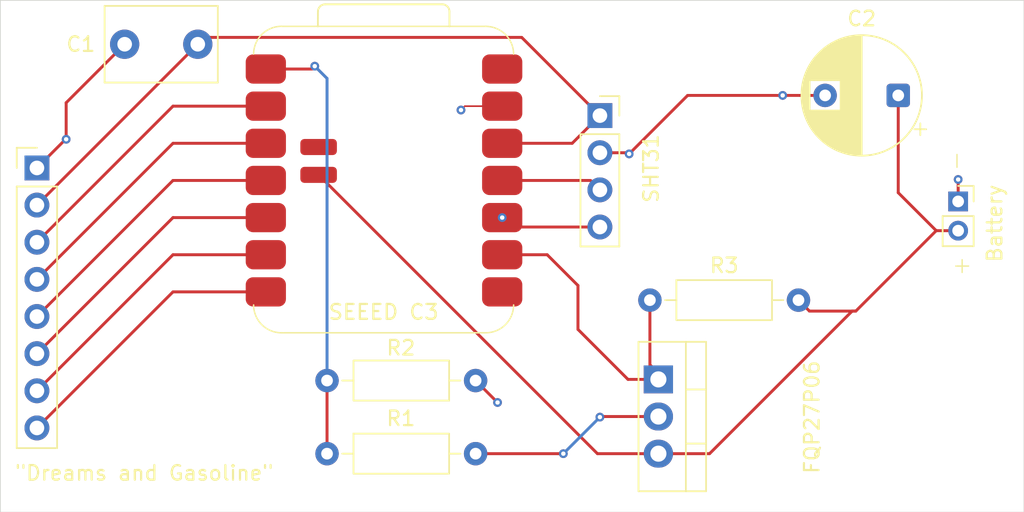
<source format=kicad_pcb>
(kicad_pcb (version 20241229) (generator "pcbnew") (generator_version "9.0")
  (layers (0 "F.Cu" signal) (2 "B.Cu" signal) (13 "F.Paste" user) (15 "B.Paste" user) (5 "F.SilkS" user "F.Silkscreen") (7 "B.SilkS" user "B.Silkscreen") (1 "F.Mask" user) (3 "B.Mask" user) (25 "Edge.Cuts" user))
  (net 0 "")
  (net 1 "Net-(J2-Pin_2)")
  (net 2 "Net-(J2-Pin_3)")
  (net 3 "Net-(J2-Pin_8)")
  (net 4 "Net-(J3-Pin_3)")
  (net 5 "Net-(J3-Pin_4)")
  (net 7 "Net-(J2-Pin_4)")
  (net 8 "Net-(Q1-G)")
  (net 9 "Net-(J2-Pin_5)")
  (net 10 "Net-(J2-Pin_6)")
  (net 11 "Net-(J1-Pin_8)")
  (net 13 "Net-(J2-Pin_7)")
  (net 14 "Net-(Q1-D)")
  (net 15 "Net-(J4-Pin_2)")
  (net 16 "GND")
  (footprint "Resistor_THT:R_Axial_DIN0207_L6.3mm_D2.5mm_P10.16mm_Horizontal" (layer "F.Cu") (at 104.5 81 180)
    (property "Reference" "R2" (at 5.1098 2.2346 0) (layer "F.SilkS"))
    (property "Value" "R_Small_US" (hide yes))
    (fp_line (start 9.12 0) (end 8.35 0) (stroke (width 0.12)) (layer "F.SilkS"))
    (fp_line (start 1.04 0) (end 1.81 0) (stroke (width 0.12)) (layer "F.SilkS"))
    (fp_rect (start 1.81 -1.37) (end 8.35 1.37) (stroke (width 0.12)) (fill no) (layer "F.SilkS"))
    (pad "1" thru_hole circle (at 0 0 180) (size 1.6 1.6) (drill 0.8) (layers "*.Cu" "*.Mask") (net 16 "GND"))
    (pad "2" thru_hole circle (at 10.16 0 180) (size 1.6 1.6) (drill 0.8) (layers "*.Cu" "*.Mask") (net 11 "Net-(J1-Pin_8)"))
  )
  (footprint "Connector_PinSocket_2.54mm:PinSocket_1x04_P2.54mm_Vertical" (layer "F.Cu") (at 113 62.88)
    (property "Reference" "J3" (hide yes))
    (property "Value" "SHT31" (at 3.5 3.62 90) (layer "F.SilkS"))
    (fp_line (start -1.33 1.27) (end -1.33 8.95) (stroke (width 0.12)) (layer "F.SilkS"))
    (fp_line (start -1.33 1.27) (end 1.33 1.27) (stroke (width 0.12)) (layer "F.SilkS"))
    (fp_line (start -1.33 8.95) (end 1.33 8.95) (stroke (width 0.12)) (layer "F.SilkS"))
    (fp_line (start 0 -1.33) (end 1.33 -1.33) (stroke (width 0.12)) (layer "F.SilkS"))
    (fp_line (start 1.33 -1.33) (end 1.33 0) (stroke (width 0.12)) (layer "F.SilkS"))
    (fp_line (start 1.33 1.27) (end 1.33 8.95) (stroke (width 0.12)) (layer "F.SilkS"))
    (pad "GND" thru_hole circle (at 0 2.54) (size 1.7 1.7) (drill 1) (layers "*.Cu" "*.Mask") (net 16 "GND"))
    (pad "SCL" thru_hole circle (at 0 5.08) (size 1.7 1.7) (drill 1) (layers "*.Cu" "*.Mask") (net 4 "Net-(J3-Pin_3)"))
    (pad "SDA" thru_hole circle (at 0 7.62) (size 1.7 1.7) (drill 1) (layers "*.Cu" "*.Mask") (net 5 "Net-(J3-Pin_4)"))
    (pad "VIN" thru_hole rect (at 0 0) (size 1.7 1.7) (drill 1) (layers "*.Cu" "*.Mask") (net 1 "Net-(J2-Pin_2)"))
  )
  (footprint "Module:XIAO-ESP32C3-SMD_alex" (layer "F.Cu") (at 98.154 67.2755)
    (property "Reference" "J1")
    (property "Value" "SEEED C3" (at 0.055 9.04 0) (layer "F.SilkS") (effects (font (size 1.016 1.016) (thickness 0.1524))))
    (fp_line (start -6.93 10.458) (end 7.04 10.458) (stroke (width 0.1)) (layer "F.SilkS"))
    (fp_line (start -4.44 -10.497) (end -4.436272 -11.507272) (stroke (width 0.127)) (layer "F.SilkS"))
    (fp_line (start -3.936272 -12.007) (end 4.059 -12.007) (stroke (width 0.127)) (layer "F.SilkS"))
    (fp_line (start 4.559 -11.507) (end 4.559 -10.497) (stroke (width 0.127)) (layer "F.SilkS"))
    (fp_line (start 7.04 -10.497) (end -6.93 -10.497) (stroke (width 0.1)) (layer "F.SilkS"))
    (fp_arc (start -8.835 -8.596) (mid -8.277038 -9.943038) (end -6.93 -10.501) (stroke (width 0.1)) (layer "F.SilkS"))
    (fp_arc (start -6.93 10.458) (mid -8.277038 9.900038) (end -8.835 8.553) (stroke (width 0.1)) (layer "F.SilkS"))
    (fp_arc (start -4.436272 -11.507272) (mid -4.289724 -11.860644) (end -3.936272 -12.007) (stroke (width 0.127)) (layer "F.SilkS"))
    (fp_arc (start 4.059 -12.007) (mid 4.412553 -11.860553) (end 4.559 -11.507) (stroke (width 0.127)) (layer "F.SilkS"))
    (fp_arc (start 7.04 -10.497) (mid 8.387038 -9.939038) (end 8.945 -8.592) (stroke (width 0.1)) (layer "F.SilkS"))
    (fp_arc (start 8.945 8.553) (mid 8.387038 9.900038) (end 7.04 10.458) (stroke (width 0.1)) (layer "F.SilkS"))
    (pad "2" smd roundrect (at -8 -7.58) (size 2.75 2) (layers "F.Cu" "F.Mask" "F.Paste") (net 11 "Net-(J1-Pin_8)"))
    (pad "3" smd roundrect (at -8 -5.04) (size 2.75 2) (layers "F.Cu" "F.Mask" "F.Paste") (net 2 "Net-(J2-Pin_3)"))
    (pad "3.3V" smd roundrect (at 8.165 -2.5) (size 2.75 2) (layers "F.Cu" "F.Mask" "F.Paste") (net 1 "Net-(J2-Pin_2)"))
    (pad "4" smd roundrect (at -8 -2.5) (size 2.75 2) (layers "F.Cu" "F.Mask" "F.Paste") (net 7 "Net-(J2-Pin_4)"))
    (pad "5" smd roundrect (at -8 0.04) (size 2.75 2) (layers "F.Cu" "F.Mask" "F.Paste") (net 9 "Net-(J2-Pin_5)"))
    (pad "5V" smd roundrect (at 8.165 -7.58) (size 2.75 2) (layers "F.Cu" "F.Mask" "F.Paste"))
    (pad "6" smd roundrect (at -8 2.58) (size 2.75 2) (layers "F.Cu" "F.Mask" "F.Paste") (net 10 "Net-(J2-Pin_6)"))
    (pad "7" smd roundrect (at -8 5.12) (size 2.75 2) (layers "F.Cu" "F.Mask" "F.Paste") (net 13 "Net-(J2-Pin_7)"))
    (pad "8" smd roundrect (at 8.165 5.12) (size 2.75 2) (layers "F.Cu" "F.Mask" "F.Paste") (net 8 "Net-(Q1-G)"))
    (pad "9" smd roundrect (at 8.165 2.58) (size 2.75 2) (layers "F.Cu" "F.Mask" "F.Paste") (net 5 "Net-(J3-Pin_4)"))
    (pad "10" smd roundrect (at 8.165 0.04) (size 2.75 2) (layers "F.Cu" "F.Mask" "F.Paste") (net 4 "Net-(J3-Pin_3)"))
    (pad "20" smd roundrect (at 8.165 7.66) (size 2.75 2) (layers "F.Cu" "F.Mask" "F.Paste"))
    (pad "21" smd roundrect (at -8 7.66) (size 2.75 2) (layers "F.Cu" "F.Mask" "F.Paste") (net 3 "Net-(J2-Pin_8)"))
    (pad "BAT+" smd roundrect (at -4.39 -0.342 180) (size 2.5 1.1) (layers "F.Cu" "F.Mask" "F.Paste") (net 15 "Net-(J4-Pin_2)"))
    (pad "BAT-" smd roundrect (at -4.39 -2.247 180) (size 2.5 1.1) (layers "F.Cu" "F.Mask" "F.Paste") (net 16 "GND"))
    (pad "GND" smd roundrect (at 8.165 -5.04) (size 2.75 2) (layers "F.Cu" "F.Mask" "F.Paste") (net 16 "GND"))
  )
  (footprint "Resistor_THT:R_Axial_DIN0207_L6.3mm_D2.5mm_P10.16mm_Horizontal" (layer "F.Cu") (at 94.34 86)
    (property "Reference" "R1" (at 5.0502 -2.4086 0) (layer "F.SilkS"))
    (property "Value" "R_Small_US" (hide yes))
    (fp_line (start 1.04 0) (end 1.81 0) (stroke (width 0.12)) (layer "F.SilkS"))
    (fp_line (start 9.12 0) (end 8.35 0) (stroke (width 0.12)) (layer "F.SilkS"))
    (fp_rect (start 1.81 -1.37) (end 8.35 1.37) (stroke (width 0.12)) (fill no) (layer "F.SilkS"))
    (pad "1" thru_hole circle (at 0 0) (size 1.6 1.6) (drill 0.8) (layers "*.Cu" "*.Mask") (net 11 "Net-(J1-Pin_8)"))
    (pad "2" thru_hole circle (at 10.16 0) (size 1.6 1.6) (drill 0.8) (layers "*.Cu" "*.Mask") (net 14 "Net-(Q1-D)"))
  )
  (footprint "Connector_PinSocket_2.00mm:PinSocket_1x02_P2.00mm_Vertical" (layer "F.Cu") (at 137.5 68.75)
    (property "Reference" "J5" (hide yes))
    (property "Value" "Battery" (at 2.5 1.5 270) (layer "F.SilkS"))
    (fp_line (start -1.06 1) (end -1.06 3.06) (stroke (width 0.12)) (layer "F.SilkS"))
    (fp_line (start -1.06 1) (end 1.06 1) (stroke (width 0.12)) (layer "F.SilkS"))
    (fp_line (start -1.06 3.06) (end 1.06 3.06) (stroke (width 0.12)) (layer "F.SilkS"))
    (fp_line (start 0 -1.06) (end 1.06 -1.06) (stroke (width 0.12)) (layer "F.SilkS"))
    (fp_line (start 1.06 -1.06) (end 1.06 0) (stroke (width 0.12)) (layer "F.SilkS"))
    (fp_line (start 1.06 1) (end 1.06 3.06) (stroke (width 0.12)) (layer "F.SilkS"))
    (pad "1" thru_hole rect (at 0 0) (size 1.35 1.35) (drill 0.8) (layers "*.Cu" "*.Mask") (net 16 "GND"))
    (pad "2" thru_hole circle (at 0 2) (size 1.35 1.35) (drill 0.8) (layers "*.Cu" "*.Mask") (net 15 "Net-(J4-Pin_2)"))
  )
  (footprint "Package_TO_SOT_THT:TO-220-3_Vertical" (layer "F.Cu") (at 117 80.92 -90)
    (property "Reference" "Q1" (hide yes))
    (property "Value" "FQP27P06" (at 2.58 -10.5 90) (layer "F.SilkS"))
    (fp_line (start -2.57 1.36) (end -2.57 -3.26) (stroke (width 0.12)) (layer "F.SilkS"))
    (fp_line (start 7.65 1.36) (end -2.57 1.36) (stroke (width 0.12)) (layer "F.SilkS"))
    (fp_line (start -2.57 -1.88) (end 7.65 -1.88) (stroke (width 0.12)) (layer "F.SilkS"))
    (fp_line (start -2.57 -3.26) (end 7.65 -3.26) (stroke (width 0.12)) (layer "F.SilkS"))
    (fp_line (start 0.69 -3.26) (end 0.69 -1.88) (stroke (width 0.12)) (layer "F.SilkS"))
    (fp_line (start 4.39 -3.26) (end 4.39 -1.88) (stroke (width 0.12)) (layer "F.SilkS"))
    (fp_line (start 7.65 -3.26) (end 7.65 1.36) (stroke (width 0.12)) (layer "F.SilkS"))
    (pad "1" thru_hole rect (at 0 0 270) (size 1.905 2) (drill 1.1) (layers "*.Cu" "*.Mask") (net 8 "Net-(Q1-G)"))
    (pad "2" thru_hole oval (at 2.54 0 270) (size 1.905 2) (drill 1.1) (layers "*.Cu" "*.Mask") (net 14 "Net-(Q1-D)"))
    (pad "3" thru_hole oval (at 5.08 0 270) (size 1.905 2) (drill 1.1) (layers "*.Cu" "*.Mask") (net 15 "Net-(J4-Pin_2)"))
  )
  (footprint "Resistor_THT:R_Axial_DIN0207_L6.3mm_D2.5mm_P10.16mm_Horizontal" (layer "F.Cu") (at 116.42 75.5)
    (property "Reference" "R3" (at 5.08 -2.37 0) (layer "F.SilkS"))
    (property "Value" "R_Small_US" (hide yes))
    (fp_line (start 1.04 0) (end 1.81 0) (stroke (width 0.12)) (layer "F.SilkS"))
    (fp_line (start 9.12 0) (end 8.35 0) (stroke (width 0.12)) (layer "F.SilkS"))
    (fp_rect (start 1.81 -1.37) (end 8.35 1.37) (stroke (width 0.12)) (fill no) (layer "F.SilkS"))
    (pad "1" thru_hole circle (at 0 0) (size 1.6 1.6) (drill 0.8) (layers "*.Cu" "*.Mask") (net 8 "Net-(Q1-G)"))
    (pad "2" thru_hole circle (at 10.16 0) (size 1.6 1.6) (drill 0.8) (layers "*.Cu" "*.Mask") (net 15 "Net-(J4-Pin_2)"))
  )
  (footprint "Connector_PinHeader_2.54mm:PinHeader_1x08_P2.54mm_Vertical" (layer "F.Cu") (at 74.5 66.46)
    (property "Reference" "J2" (hide yes))
    (property "Value" "\"Dreams and Gasoline\"" (at 7.3388 20.8652 0) (layer "F.SilkS"))
    (fp_line (start -1.38 -1.38) (end 0 -1.38) (stroke (width 0.12)) (layer "F.SilkS"))
    (fp_line (start -1.38 0) (end -1.38 -1.38) (stroke (width 0.12)) (layer "F.SilkS"))
    (fp_line (start -1.38 1.27) (end -1.38 19.16) (stroke (width 0.12)) (layer "F.SilkS"))
    (fp_line (start -1.38 1.27) (end 1.38 1.27) (stroke (width 0.12)) (layer "F.SilkS"))
    (fp_line (start -1.38 19.16) (end 1.38 19.16) (stroke (width 0.12)) (layer "F.SilkS"))
    (fp_line (start 1.38 1.27) (end 1.38 19.16) (stroke (width 0.12)) (layer "F.SilkS"))
    (pad "BUSY" thru_hole circle (at 0 17.78) (size 1.7 1.7) (drill 1) (layers "*.Cu" "*.Mask") (net 3 "Net-(J2-Pin_8)"))
    (pad "CS" thru_hole circle (at 0 15.24) (size 1.7 1.7) (drill 1) (layers "*.Cu" "*.Mask") (net 13 "Net-(J2-Pin_7)"))
    (pad "DC" thru_hole circle (at 0 12.7) (size 1.7 1.7) (drill 1) (layers "*.Cu" "*.Mask") (net 10 "Net-(J2-Pin_6)"))
    (pad "GND" thru_hole rect (at 0 0) (size 1.7 1.7) (drill 1) (layers "*.Cu" "*.Mask") (net 16 "GND"))
    (pad "RES" thru_hole circle (at 0 10.16) (size 1.7 1.7) (drill 1) (layers "*.Cu" "*.Mask") (net 9 "Net-(J2-Pin_5)"))
    (pad "SCL" thru_hole circle (at 0 5.08) (size 1.7 1.7) (drill 1) (layers "*.Cu" "*.Mask") (net 2 "Net-(J2-Pin_3)"))
    (pad "SDA" thru_hole circle (at 0 7.62) (size 1.7 1.7) (drill 1) (layers "*.Cu" "*.Mask") (net 7 "Net-(J2-Pin_4)"))
    (pad "VCC" thru_hole circle (at 0 2.54) (size 1.7 1.7) (drill 1) (layers "*.Cu" "*.Mask") (net 1 "Net-(J2-Pin_2)"))
  )
  (footprint "Capacitor_THT:CP_Radial_D8.0mm_P5.00mm" (layer "F.Cu") (at 133.402651 61.5 180)
    (property "Reference" "J4" (hide yes))
    (property "Value" "C2" (at 2.5 5.25 0) (layer "F.SilkS"))
    (fp_line (start 6.58 -0.533) (end 6.58 0.533) (stroke (width 0.12)) (layer "F.SilkS"))
    (fp_line (start 6.54 -0.768) (end 6.54 0.768) (stroke (width 0.12)) (layer "F.SilkS"))
    (fp_line (start 6.5 -0.947) (end 6.5 0.947) (stroke (width 0.12)) (layer "F.SilkS"))
    (fp_line (start 6.46 -1.097) (end 6.46 1.097) (stroke (width 0.12)) (layer "F.SilkS"))
    (fp_line (start 6.42 -1.228) (end 6.42 1.228) (stroke (width 0.12)) (layer "F.SilkS"))
    (fp_line (start 6.38 -1.346) (end 6.38 1.346) (stroke (width 0.12)) (layer "F.SilkS"))
    (fp_line (start 6.34 -1.453) (end 6.34 1.453) (stroke (width 0.12)) (layer "F.SilkS"))
    (fp_line (start 6.3 -1.552) (end 6.3 1.552) (stroke (width 0.12)) (layer "F.SilkS"))
    (fp_line (start 6.26 -1.644) (end 6.26 1.644) (stroke (width 0.12)) (layer "F.SilkS"))
    (fp_line (start 6.22 -1.731) (end 6.22 1.731) (stroke (width 0.12)) (layer "F.SilkS"))
    (fp_line (start 6.18 -1.813) (end 6.18 1.813) (stroke (width 0.12)) (layer "F.SilkS"))
    (fp_line (start 6.14 -1.89) (end 6.14 1.89) (stroke (width 0.12)) (layer "F.SilkS"))
    (fp_line (start 6.1 -1.964) (end 6.1 1.964) (stroke (width 0.12)) (layer "F.SilkS"))
    (fp_line (start 6.06 -2.034) (end 6.06 2.034) (stroke (width 0.12)) (layer "F.SilkS"))
    (fp_line (start 6.02 1.04) (end 6.02 2.101) (stroke (width 0.12)) (layer "F.SilkS"))
    (fp_line (start 6.02 -2.101) (end 6.02 -1.04) (stroke (width 0.12)) (layer "F.SilkS"))
    (fp_line (start 5.98 1.04) (end 5.98 2.165) (stroke (width 0.12)) (layer "F.SilkS"))
    (fp_line (start 5.98 -2.165) (end 5.98 -1.04) (stroke (width 0.12)) (layer "F.SilkS"))
    (fp_line (start 5.94 1.04) (end 5.94 2.227) (stroke (width 0.12)) (layer "F.SilkS"))
    (fp_line (start 5.94 -2.227) (end 5.94 -1.04) (stroke (width 0.12)) (layer "F.SilkS"))
    (fp_line (start 5.9 1.04) (end 5.9 2.287) (stroke (width 0.12)) (layer "F.SilkS"))
    (fp_line (start 5.9 -2.287) (end 5.9 -1.04) (stroke (width 0.12)) (layer "F.SilkS"))
    (fp_line (start 5.86 1.04) (end 5.86 2.344) (stroke (width 0.12)) (layer "F.SilkS"))
    (fp_line (start 5.86 -2.344) (end 5.86 -1.04) (stroke (width 0.12)) (layer "F.SilkS"))
    (fp_line (start 5.82 1.04) (end 5.82 2.4) (stroke (width 0.12)) (layer "F.SilkS"))
    (fp_line (start 5.82 -2.4) (end 5.82 -1.04) (stroke (width 0.12)) (layer "F.SilkS"))
    (fp_line (start 5.78 1.04) (end 5.78 2.453) (stroke (width 0.12)) (layer "F.SilkS"))
    (fp_line (start 5.78 -2.453) (end 5.78 -1.04) (stroke (width 0.12)) (layer "F.SilkS"))
    (fp_line (start 5.74 1.04) (end 5.74 2.505) (stroke (width 0.12)) (layer "F.SilkS"))
    (fp_line (start 5.74 -2.505) (end 5.74 -1.04) (stroke (width 0.12)) (layer "F.SilkS"))
    (fp_line (start 5.7 1.04) (end 5.7 2.555) (stroke (width 0.12)) (layer "F.SilkS"))
    (fp_line (start 5.7 -2.555) (end 5.7 -1.04) (stroke (width 0.12)) (layer "F.SilkS"))
    (fp_line (start 5.66 1.04) (end 5.66 2.604) (stroke (width 0.12)) (layer "F.SilkS"))
    (fp_line (start 5.66 -2.604) (end 5.66 -1.04) (stroke (width 0.12)) (layer "F.SilkS"))
    (fp_line (start 5.62 1.04) (end 5.62 2.651) (stroke (width 0.12)) (layer "F.SilkS"))
    (fp_line (start 5.62 -2.651) (end 5.62 -1.04) (stroke (width 0.12)) (layer "F.SilkS"))
    (fp_line (start 5.58 1.04) (end 5.58 2.696) (stroke (width 0.12)) (layer "F.SilkS"))
    (fp_line (start 5.58 -2.696) (end 5.58 -1.04) (stroke (width 0.12)) (layer "F.SilkS"))
    (fp_line (start 5.54 1.04) (end 5.54 2.741) (stroke (width 0.12)) (layer "F.SilkS"))
    (fp_line (start 5.54 -2.741) (end 5.54 -1.04) (stroke (width 0.12)) (layer "F.SilkS"))
    (fp_line (start 5.5 1.04) (end 5.5 2.784) (stroke (width 0.12)) (layer "F.SilkS"))
    (fp_line (start 5.5 -2.784) (end 5.5 -1.04) (stroke (width 0.12)) (layer "F.SilkS"))
    (fp_line (start 5.46 1.04) (end 5.46 2.826) (stroke (width 0.12)) (layer "F.SilkS"))
    (fp_line (start 5.46 -2.826) (end 5.46 -1.04) (stroke (width 0.12)) (layer "F.SilkS"))
    (fp_line (start 5.42 1.04) (end 5.42 2.867) (stroke (width 0.12)) (layer "F.SilkS"))
    (fp_line (start 5.42 -2.867) (end 5.42 -1.04) (stroke (width 0.12)) (layer "F.SilkS"))
    (fp_line (start 5.38 1.04) (end 5.38 2.906) (stroke (width 0.12)) (layer "F.SilkS"))
    (fp_line (start 5.38 -2.906) (end 5.38 -1.04) (stroke (width 0.12)) (layer "F.SilkS"))
    (fp_line (start 5.34 1.04) (end 5.34 2.945) (stroke (width 0.12)) (layer "F.SilkS"))
    (fp_line (start 5.34 -2.945) (end 5.34 -1.04) (stroke (width 0.12)) (layer "F.SilkS"))
    (fp_line (start 5.3 1.04) (end 5.3 2.982) (stroke (width 0.12)) (layer "F.SilkS"))
    (fp_line (start 5.3 -2.982) (end 5.3 -1.04) (stroke (width 0.12)) (layer "F.SilkS"))
    (fp_line (start 5.26 1.04) (end 5.26 3.019) (stroke (width 0.12)) (layer "F.SilkS"))
    (fp_line (start 5.26 -3.019) (end 5.26 -1.04) (stroke (width 0.12)) (layer "F.SilkS"))
    (fp_line (start 5.22 1.04) (end 5.22 3.055) (stroke (width 0.12)) (layer "F.SilkS"))
    (fp_line (start 5.22 -3.055) (end 5.22 -1.04) (stroke (width 0.12)) (layer "F.SilkS"))
    (fp_line (start 5.18 1.04) (end 5.18 3.089) (stroke (width 0.12)) (layer "F.SilkS"))
    (fp_line (start 5.18 -3.089) (end 5.18 -1.04) (stroke (width 0.12)) (layer "F.SilkS"))
    (fp_line (start 5.14 1.04) (end 5.14 3.123) (stroke (width 0.12)) (layer "F.SilkS"))
    (fp_line (start 5.14 -3.123) (end 5.14 -1.04) (stroke (width 0.12)) (layer "F.SilkS"))
    (fp_line (start 5.1 1.04) (end 5.1 3.156) (stroke (width 0.12)) (layer "F.SilkS"))
    (fp_line (start 5.1 -3.156) (end 5.1 -1.04) (stroke (width 0.12)) (layer "F.SilkS"))
    (fp_line (start 5.06 1.04) (end 5.06 3.188) (stroke (width 0.12)) (layer "F.SilkS"))
    (fp_line (start 5.06 -3.188) (end 5.06 -1.04) (stroke (width 0.12)) (layer "F.SilkS"))
    (fp_line (start 5.02 1.04) (end 5.02 3.219) (stroke (width 0.12)) (layer "F.SilkS"))
    (fp_line (start 5.02 -3.219) (end 5.02 -1.04) (stroke (width 0.12)) (layer "F.SilkS"))
    (fp_line (start 4.98 1.04) (end 4.98 3.25) (stroke (width 0.12)) (layer "F.SilkS"))
    (fp_line (start 4.98 -3.25) (end 4.98 -1.04) (stroke (width 0.12)) (layer "F.SilkS"))
    (fp_line (start 4.94 1.04) (end 4.94 3.28) (stroke (width 0.12)) (layer "F.SilkS"))
    (fp_line (start 4.94 -3.28) (end 4.94 -1.04) (stroke (width 0.12)) (layer "F.SilkS"))
    (fp_line (start 4.9 1.04) (end 4.9 3.309) (stroke (width 0.12)) (layer "F.SilkS"))
    (fp_line (start 4.9 -3.309) (end 4.9 -1.04) (stroke (width 0.12)) (layer "F.SilkS"))
    (fp_line (start 4.86 1.04) (end 4.86 3.337) (stroke (width 0.12)) (layer "F.SilkS"))
    (fp_line (start 4.86 -3.337) (end 4.86 -1.04) (stroke (width 0.12)) (layer "F.SilkS"))
    (fp_line (start 4.82 1.04) (end 4.82 3.365) (stroke (width 0.12)) (layer "F.SilkS"))
    (fp_line (start 4.82 -3.365) (end 4.82 -1.04) (stroke (width 0.12)) (layer "F.SilkS"))
    (fp_line (start 4.78 1.04) (end 4.78 3.392) (stroke (width 0.12)) (layer "F.SilkS"))
    (fp_line (start 4.78 -3.392) (end 4.78 -1.04) (stroke (width 0.12)) (layer "F.SilkS"))
    (fp_line (start 4.74 1.04) (end 4.74 3.418) (stroke (width 0.12)) (layer "F.SilkS"))
    (fp_line (start 4.74 -3.418) (end 4.74 -1.04) (stroke (width 0.12)) (layer "F.SilkS"))
    (fp_line (start 4.7 1.04) (end 4.7 3.443) (stroke (width 0.12)) (layer "F.SilkS"))
    (fp_line (start 4.7 -3.443) (end 4.7 -1.04) (stroke (width 0.12)) (layer "F.SilkS"))
    (fp_line (start 4.66 1.04) (end 4.66 3.468) (stroke (width 0.12)) (layer "F.SilkS"))
    (fp_line (start 4.66 -3.468) (end 4.66 -1.04) (stroke (width 0.12)) (layer "F.SilkS"))
    (fp_line (start 4.62 1.04) (end 4.62 3.493) (stroke (width 0.12)) (layer "F.SilkS"))
    (fp_line (start 4.62 -3.493) (end 4.62 -1.04) (stroke (width 0.12)) (layer "F.SilkS"))
    (fp_line (start 4.58 1.04) (end 4.58 3.516) (stroke (width 0.12)) (layer "F.SilkS"))
    (fp_line (start 4.58 -3.516) (end 4.58 -1.04) (stroke (width 0.12)) (layer "F.SilkS"))
    (fp_line (start 4.54 1.04) (end 4.54 3.539) (stroke (width 0.12)) (layer "F.SilkS"))
    (fp_line (start 4.54 -3.539) (end 4.54 -1.04) (stroke (width 0.12)) (layer "F.SilkS"))
    (fp_line (start 4.5 1.04) (end 4.5 3.562) (stroke (width 0.12)) (layer "F.SilkS"))
    (fp_line (start 4.5 -3.562) (end 4.5 -1.04) (stroke (width 0.12)) (layer "F.SilkS"))
    (fp_line (start 4.46 1.04) (end 4.46 3.584) (stroke (width 0.12)) (layer "F.SilkS"))
    (fp_line (start 4.46 -3.584) (end 4.46 -1.04) (stroke (width 0.12)) (layer "F.SilkS"))
    (fp_line (start 4.42 1.04) (end 4.42 3.605) (stroke (width 0.12)) (layer "F.SilkS"))
    (fp_line (start 4.42 -3.605) (end 4.42 -1.04) (stroke (width 0.12)) (layer "F.SilkS"))
    (fp_line (start 4.38 1.04) (end 4.38 3.626) (stroke (width 0.12)) (layer "F.SilkS"))
    (fp_line (start 4.38 -3.626) (end 4.38 -1.04) (stroke (width 0.12)) (layer "F.SilkS"))
    (fp_line (start 4.34 1.04) (end 4.34 3.646) (stroke (width 0.12)) (layer "F.SilkS"))
    (fp_line (start 4.34 -3.646) (end 4.34 -1.04) (stroke (width 0.12)) (layer "F.SilkS"))
    (fp_line (start 4.3 1.04) (end 4.3 3.666) (stroke (width 0.12)) (layer "F.SilkS"))
    (fp_line (start 4.3 -3.666) (end 4.3 -1.04) (stroke (width 0.12)) (layer "F.SilkS"))
    (fp_line (start 4.26 1.04) (end 4.26 3.685) (stroke (width 0.12)) (layer "F.SilkS"))
    (fp_line (start 4.26 -3.685) (end 4.26 -1.04) (stroke (width 0.12)) (layer "F.SilkS"))
    (fp_line (start 4.22 1.04) (end 4.22 3.704) (stroke (width 0.12)) (layer "F.SilkS"))
    (fp_line (start 4.22 -3.704) (end 4.22 -1.04) (stroke (width 0.12)) (layer "F.SilkS"))
    (fp_line (start 4.18 1.04) (end 4.18 3.722) (stroke (width 0.12)) (layer "F.SilkS"))
    (fp_line (start 4.18 -3.722) (end 4.18 -1.04) (stroke (width 0.12)) (layer "F.SilkS"))
    (fp_line (start 4.14 1.04) (end 4.14 3.74) (stroke (width 0.12)) (layer "F.SilkS"))
    (fp_line (start 4.14 -3.74) (end 4.14 -1.04) (stroke (width 0.12)) (layer "F.SilkS"))
    (fp_line (start 4.1 1.04) (end 4.1 3.757) (stroke (width 0.12)) (layer "F.SilkS"))
    (fp_line (start 4.1 -3.757) (end 4.1 -1.04) (stroke (width 0.12)) (layer "F.SilkS"))
    (fp_line (start 4.06 1.04) (end 4.06 3.773) (stroke (width 0.12)) (layer "F.SilkS"))
    (fp_line (start 4.06 -3.773) (end 4.06 -1.04) (stroke (width 0.12)) (layer "F.SilkS"))
    (fp_line (start 4.02 1.04) (end 4.02 3.789) (stroke (width 0.12)) (layer "F.SilkS"))
    (fp_line (start 4.02 -3.789) (end 4.02 -1.04) (stroke (width 0.12)) (layer "F.SilkS"))
    (fp_line (start 3.98 1.04) (end 3.98 3.805) (stroke (width 0.12)) (layer "F.SilkS"))
    (fp_line (start 3.98 -3.805) (end 3.98 -1.04) (stroke (width 0.12)) (layer "F.SilkS"))
    (fp_line (start 3.94 -3.82) (end 3.94 3.82) (stroke (width 0.12)) (layer "F.SilkS"))
    (fp_line (start 3.9 -3.835) (end 3.9 3.835) (stroke (width 0.12)) (layer "F.SilkS"))
    (fp_line (start 3.86 -3.849) (end 3.86 3.849) (stroke (width 0.12)) (layer "F.SilkS"))
    (fp_line (start 3.82 -3.863) (end 3.82 3.863) (stroke (width 0.12)) (layer "F.SilkS"))
    (fp_line (start 3.78 -3.876) (end 3.78 3.876) (stroke (width 0.12)) (layer "F.SilkS"))
    (fp_line (start 3.74 -3.889) (end 3.74 3.889) (stroke (width 0.12)) (layer "F.SilkS"))
    (fp_line (start 3.7 -3.901) (end 3.7 3.901) (stroke (width 0.12)) (layer "F.SilkS"))
    (fp_line (start 3.66 -3.913) (end 3.66 3.913) (stroke (width 0.12)) (layer "F.SilkS"))
    (fp_line (start 3.62 -3.925) (end 3.62 3.925) (stroke (width 0.12)) (layer "F.SilkS"))
    (fp_line (start 3.58 -3.936) (end 3.58 3.936) (stroke (width 0.12)) (layer "F.SilkS"))
    (fp_line (start 3.54 -3.947) (end 3.54 3.947) (stroke (width 0.12)) (layer "F.SilkS"))
    (fp_line (start 3.5 -3.957) (end 3.5 3.957) (stroke (width 0.12)) (layer "F.SilkS"))
    (fp_line (start 3.46 -3.967) (end 3.46 3.967) (stroke (width 0.12)) (layer "F.SilkS"))
    (fp_line (start 3.42 -3.976) (end 3.42 3.976) (stroke (width 0.12)) (layer "F.SilkS"))
    (fp_line (start 3.38 -3.985) (end 3.38 3.985) (stroke (width 0.12)) (layer "F.SilkS"))
    (fp_line (start 3.34 -3.993) (end 3.34 3.993) (stroke (width 0.12)) (layer "F.SilkS"))
    (fp_line (start 3.3 -4.002) (end 3.3 4.002) (stroke (width 0.12)) (layer "F.SilkS"))
    (fp_line (start 3.26 -4.009) (end 3.26 4.009) (stroke (width 0.12)) (layer "F.SilkS"))
    (fp_line (start 3.22 -4.017) (end 3.22 4.017) (stroke (width 0.12)) (layer "F.SilkS"))
    (fp_line (start 3.18 -4.023) (end 3.18 4.023) (stroke (width 0.12)) (layer "F.SilkS"))
    (fp_line (start 3.14 -4.03) (end 3.14 4.03) (stroke (width 0.12)) (layer "F.SilkS"))
    (fp_line (start 3.1 -4.036) (end 3.1 4.036) (stroke (width 0.12)) (layer "F.SilkS"))
    (fp_line (start 3.06 -4.042) (end 3.06 4.042) (stroke (width 0.12)) (layer "F.SilkS"))
    (fp_line (start 3.02 -4.047) (end 3.02 4.047) (stroke (width 0.12)) (layer "F.SilkS"))
    (fp_line (start 2.98 -4.052) (end 2.98 4.052) (stroke (width 0.12)) (layer "F.SilkS"))
    (fp_line (start 2.94 -4.056) (end 2.94 4.056) (stroke (width 0.12)) (layer "F.SilkS"))
    (fp_line (start 2.9 -4.061) (end 2.9 4.061) (stroke (width 0.12)) (layer "F.SilkS"))
    (fp_line (start 2.86 -4.064) (end 2.86 4.064) (stroke (width 0.12)) (layer "F.SilkS"))
    (fp_line (start 2.82 -4.068) (end 2.82 4.068) (stroke (width 0.12)) (layer "F.SilkS"))
    (fp_line (start 2.78 -4.07) (end 2.78 4.07) (stroke (width 0.12)) (layer "F.SilkS"))
    (fp_line (start 2.74 -4.073) (end 2.74 4.073) (stroke (width 0.12)) (layer "F.SilkS"))
    (fp_line (start 2.7 -4.075) (end 2.7 4.075) (stroke (width 0.12)) (layer "F.SilkS"))
    (fp_line (start 2.66 -4.077) (end 2.66 4.077) (stroke (width 0.12)) (layer "F.SilkS"))
    (fp_line (start 2.62 -4.078) (end 2.62 4.078) (stroke (width 0.12)) (layer "F.SilkS"))
    (fp_line (start 2.58 -4.079) (end 2.58 4.079) (stroke (width 0.12)) (layer "F.SilkS"))
    (fp_line (start 2.54 -4.08) (end 2.54 4.08) (stroke (width 0.12)) (layer "F.SilkS"))
    (fp_line (start 2.5 -4.08) (end 2.5 4.08) (stroke (width 0.12)) (layer "F.SilkS"))
    (fp_line (start -1.509698 -2.715) (end -1.509698 -1.915) (stroke (width 0.12)) (layer "F.SilkS"))
    (fp_line (start -1.909698 -2.315) (end -1.109698 -2.315) (stroke (width 0.12)) (layer "F.SilkS"))
    (fp_circle (center 2.5 0) (end 6.62 0) (stroke (width 0.12)) (fill no) (layer "F.SilkS"))
    (pad "+" thru_hole roundrect (at 0 0 180) (size 1.6 1.6) (drill 0.8) (layers "*.Cu" "*.Mask") (roundrect_rratio 0.15625) (net 15 "Net-(J4-Pin_2)"))
    (pad "-" thru_hole circle (at 5 0 180) (size 1.6 1.6) (drill 0.8) (layers "*.Cu" "*.Mask") (net 16 "GND"))
  )
  (footprint "Capacitor_THT:C_Disc_D7.5mm_W5.0mm_P5.00mm" (layer "F.Cu") (at 80.5 58)
    (property "Reference" "C1" (hide yes))
    (property "Value" "C_Small_US" (hide yes))
    (fp_line (start -1.37 -2.62) (end 6.37 -2.62) (stroke (width 0.12)) (layer "F.SilkS"))
    (fp_line (start -1.37 2.62) (end -1.37 -2.62) (stroke (width 0.12)) (layer "F.SilkS"))
    (fp_line (start 6.37 -2.62) (end 6.37 2.62) (stroke (width 0.12)) (layer "F.SilkS"))
    (fp_line (start 6.37 2.62) (end -1.37 2.62) (stroke (width 0.12)) (layer "F.SilkS"))
    (fp_text user "${REFERENCE}" (at -3 0 0) (layer "F.SilkS"))
    (pad "1" thru_hole circle (at 0 0) (size 2 2) (drill 1) (layers "*.Cu" "*.Mask") (net 16 "GND"))
    (pad "2" thru_hole circle (at 5 0) (size 2 2) (drill 1) (layers "*.Cu" "*.Mask") (net 1 "Net-(J2-Pin_2)"))
  )
  (gr_rect (start 72 55) (end 142 90) (stroke (width 0.05)) (fill no) (layer "Edge.Cuts"))
  (gr_text "+" (at 137 73.75 0) (layer "F.SilkS") (effects (font (size 1.143 1.143) (thickness 0.1)) (justify left bottom)))
  (gr_text "-" (at 138 66.75 90) (layer "F.SilkS") (effects (font (size 1.143 1.143) (thickness 0.1)) (justify left bottom)))
  (segment (start 85.9675 57.5325) (end 107.6525 57.5325) (width 0.2) (layer "F.Cu") (net 1))
  (segment (start 107.6525 57.5325) (end 113 62.88) (width 0.2) (layer "F.Cu") (net 1))
  (segment (start 111.1045 64.7755) (end 113 62.88) (width 0.2) (layer "F.Cu") (net 1))
  (segment (start 106.319 64.7755) (end 111.1045 64.7755) (width 0.2) (layer "F.Cu") (net 1))
  (segment (start 85.5 58) (end 74.5 69) (width 0.2) (layer "F.Cu") (net 1))
  (segment (start 83.8045 62.2355) (end 74.5 71.54) (width 0.2) (layer "F.Cu") (net 2))
  (segment (start 90.154 62.2355) (end 83.8045 62.2355) (width 0.2) (layer "F.Cu") (net 2))
  (segment (start 83.8045 74.9355) (end 74.5 84.24) (width 0.2) (layer "F.Cu") (net 3))
  (segment (start 90.154 74.9355) (end 83.8045 74.9355) (width 0.2) (layer "F.Cu") (net 3))
  (segment (start 112.3555 67.3155) (end 113 67.96) (width 0.2) (layer "F.Cu") (net 4))
  (segment (start 106.319 67.3155) (end 112.3555 67.3155) (width 0.2) (layer "F.Cu") (net 4))
  (segment (start 106.8555 69.8555) (end 107.5 70.5) (width 0.2) (layer "F.Cu") (net 5))
  (segment (start 107.5 70.5) (end 113 70.5) (width 0.2) (layer "F.Cu") (net 5))
  (segment (start 106.319 69.8555) (end 106.8555 69.8555) (width 0.2) (layer "F.Cu") (net 5))
  (via (at 106.319 69.8555) (size 0.6) (drill 0.3) (layers "F.Cu" "B.Cu") (net 5))
  (segment (start 83.8045 64.7755) (end 74.5 74.08) (width 0.2) (layer "F.Cu") (net 7))
  (segment (start 90.154 64.7755) (end 83.8045 64.7755) (width 0.2) (layer "F.Cu") (net 7))
  (segment (start 111.5 74.5) (end 109.3955 72.3955) (width 0.2) (layer "F.Cu") (net 8))
  (segment (start 111.5 77.5) (end 111.5 74.5) (width 0.2) (layer "F.Cu") (net 8))
  (segment (start 109.3955 72.3955) (end 106.319 72.3955) (width 0.2) (layer "F.Cu") (net 8))
  (segment (start 117 80.5) (end 116.42 79.92) (width 0.2) (layer "F.Cu") (net 8))
  (segment (start 116.42 79.92) (end 116.42 75.5) (width 0.2) (layer "F.Cu") (net 8))
  (segment (start 114.92 80.92) (end 111.5 77.5) (width 0.2) (layer "F.Cu") (net 8))
  (segment (start 117 80.92) (end 117 80.5) (width 0.2) (layer "F.Cu") (net 8))
  (segment (start 117 80.92) (end 114.92 80.92) (width 0.2) (layer "F.Cu") (net 8))
  (segment (start 83.8045 67.3155) (end 74.5 76.62) (width 0.2) (layer "F.Cu") (net 9))
  (segment (start 90.154 67.3155) (end 83.8045 67.3155) (width 0.2) (layer "F.Cu") (net 9))
  (segment (start 83.8045 69.8555) (end 74.5 79.16) (width 0.2) (layer "F.Cu") (net 10))
  (segment (start 90.154 69.8555) (end 83.8045 69.8555) (width 0.2) (layer "F.Cu") (net 10))
  (segment (start 93.3045 59.6955) (end 90.154 59.6955) (width 0.2) (layer "F.Cu") (net 11))
  (segment (start 94.34 86) (end 94.34 81) (width 0.2) (layer "F.Cu") (net 11))
  (segment (start 93.5 59.5) (end 93.3045 59.6955) (width 0.2) (layer "F.Cu") (net 11))
  (via (at 93.5 59.5) (size 0.6) (drill 0.3) (layers "F.Cu" "B.Cu") (net 11))
  (segment (start 94.34 81) (end 94.34 60.34) (width 0.2) (layer "B.Cu") (net 11))
  (segment (start 94.34 60.34) (end 93.5 59.5) (width 0.2) (layer "B.Cu") (net 11))
  (segment (start 90.154 72.3955) (end 83.8045 72.3955) (width 0.2) (layer "F.Cu") (net 13))
  (segment (start 83.8045 72.3955) (end 74.5 81.7) (width 0.2) (layer "F.Cu") (net 13))
  (segment (start 113.04 83.46) (end 113 83.5) (width 0.2) (layer "F.Cu") (net 14))
  (segment (start 110.5 86) (end 104.5 86) (width 0.2) (layer "F.Cu") (net 14))
  (segment (start 117 83.46) (end 113.04 83.46) (width 0.2) (layer "F.Cu") (net 14))
  (via (at 113 83.5) (size 0.6) (drill 0.3) (layers "F.Cu" "B.Cu") (net 14))
  (via (at 110.5 86) (size 0.6) (drill 0.3) (layers "F.Cu" "B.Cu") (net 14))
  (segment (start 113 83.5) (end 110.5 86) (width 0.2) (layer "B.Cu") (net 14))
  (segment (start 136 70.75) (end 133.402651 68.152651) (width 0.2) (layer "F.Cu") (net 15))
  (segment (start 130.25 76.25) (end 120.5 86) (width 0.2) (layer "F.Cu") (net 15))
  (segment (start 136 70.75) (end 130.5 76.25) (width 0.2) (layer "F.Cu") (net 15))
  (segment (start 120.5 86) (end 117 86) (width 0.2) (layer "F.Cu") (net 15))
  (segment (start 130.5 76.25) (end 127.33 76.25) (width 0.2) (layer "F.Cu") (net 15))
  (segment (start 93.764 66.9335) (end 112.8305 86) (width 0.2) (layer "F.Cu") (net 15))
  (segment (start 112.8305 86) (end 117 86) (width 0.2) (layer "F.Cu") (net 15))
  (segment (start 133.402651 68.152651) (end 133.402651 61.5) (width 0.2) (layer "F.Cu") (net 15))
  (segment (start 127.33 76.25) (end 126.58 75.5) (width 0.2) (layer "F.Cu") (net 15))
  (segment (start 137.5 70.75) (end 136 70.75) (width 0.2) (layer "F.Cu") (net 15))
  (segment (start 130.5 76.25) (end 130.25 76.25) (width 0.2) (layer "F.Cu") (net 15))
  (segment (start 125.5 61.5) (end 119 61.5) (width 0.2) (layer "F.Cu") (net 16))
  (segment (start 137.5 68.75) (end 137.5 67.25) (width 0.2) (layer "F.Cu") (net 16))
  (segment (start 76.5 64.5) (end 76.5 62) (width 0.2) (layer "F.Cu") (net 16))
  (segment (start 74.5 66.46) (end 76.46 64.5) (width 0.2) (layer "F.Cu") (net 16))
  (segment (start 114.92 65.42) (end 115 65.5) (width 0.2) (layer "F.Cu") (net 16))
  (segment (start 104.5 81) (end 106 82.5) (width 0.2) (layer "F.Cu") (net 16))
  (segment (start 113 65.42) (end 114.92 65.42) (width 0.2) (layer "F.Cu") (net 16))
  (segment (start 76.46 64.5) (end 76.5 64.5) (width 0.2) (layer "F.Cu") (net 16))
  (segment (start 119 61.5) (end 115 65.5) (width 0.2) (layer "F.Cu") (net 16))
  (segment (start 128.402651 61.5) (end 125.5 61.5) (width 0.2) (layer "F.Cu") (net 16))
  (segment (start 76.5 62) (end 80.5 58) (width 0.2) (layer "F.Cu") (net 16))
  (segment (start 103.7645 62.2355) (end 103.5 62.5) (width 0.1143) (layer "F.Cu") (net 16))
  (segment (start 106.319 62.2355) (end 103.7645 62.2355) (width 0.1143) (layer "F.Cu") (net 16))
  (via (at 115 65.5) (size 0.6) (drill 0.3) (layers "F.Cu" "B.Cu") (net 16))
  (via (at 125.5 61.5) (size 0.6) (drill 0.3) (layers "F.Cu" "B.Cu") (net 16))
  (via (at 137.5 67.25) (size 0.6) (drill 0.3) (layers "F.Cu" "B.Cu") (net 16))
  (via (at 103.5 62.5) (size 0.6) (drill 0.3) (layers "F.Cu" "B.Cu") (net 16))
  (via (at 106 82.5) (size 0.6) (drill 0.3) (layers "F.Cu" "B.Cu") (net 16))
  (via (at 76.5 64.5) (size 0.6) (drill 0.3) (layers "F.Cu" "B.Cu") (net 16))
)
</source>
